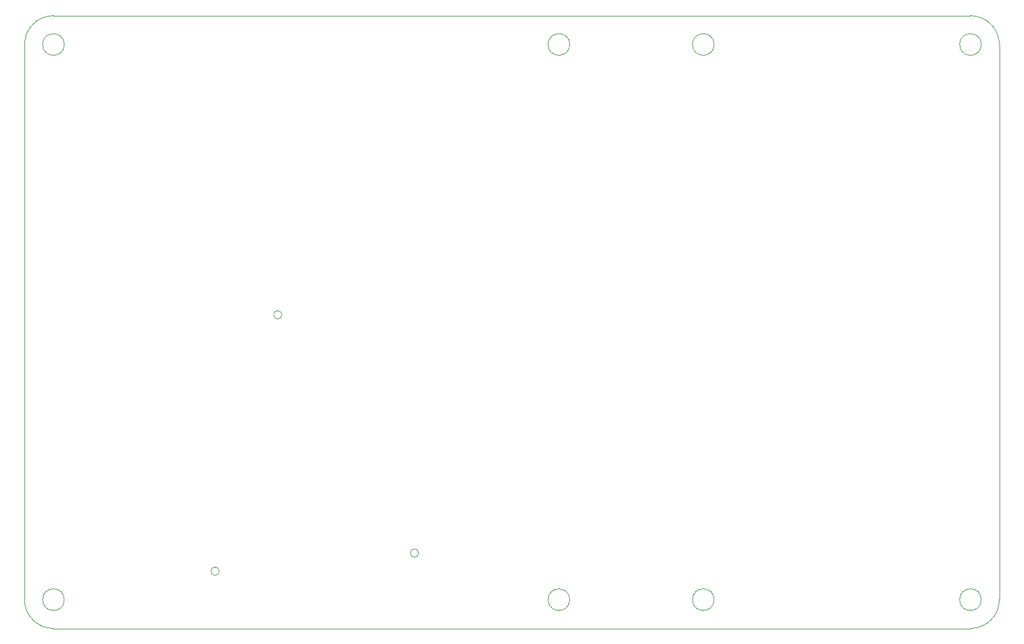
<source format=gbr>
%TF.GenerationSoftware,KiCad,Pcbnew,5.1.10-88a1d61d58~90~ubuntu20.04.1*%
%TF.CreationDate,2021-07-15T14:53:33+08:00*%
%TF.ProjectId,TestAutomation,54657374-4175-4746-9f6d-6174696f6e2e,rev?*%
%TF.SameCoordinates,Original*%
%TF.FileFunction,Profile,NP*%
%FSLAX46Y46*%
G04 Gerber Fmt 4.6, Leading zero omitted, Abs format (unit mm)*
G04 Created by KiCad (PCBNEW 5.1.10-88a1d61d58~90~ubuntu20.04.1) date 2021-07-15 14:53:33*
%MOMM*%
%LPD*%
G01*
G04 APERTURE LIST*
%TA.AperFunction,Profile*%
%ADD10C,0.050000*%
%TD*%
G04 APERTURE END LIST*
D10*
X114640000Y-94490000D02*
G75*
G03*
X114640000Y-94490000I-576000J0D01*
G01*
X105960000Y-130050000D02*
G75*
G03*
X105960000Y-130050000I-576000J0D01*
G01*
X133570000Y-127540000D02*
G75*
G03*
X133570000Y-127540000I-576000J0D01*
G01*
X154500000Y-57000000D02*
G75*
G03*
X154500000Y-57000000I-1500000J0D01*
G01*
X154500000Y-134000000D02*
G75*
G03*
X154500000Y-134000000I-1500000J0D01*
G01*
X174500000Y-57000000D02*
G75*
G03*
X174500000Y-57000000I-1500000J0D01*
G01*
X174500000Y-134000000D02*
G75*
G03*
X174500000Y-134000000I-1500000J0D01*
G01*
X84500000Y-57000000D02*
G75*
G03*
X84500000Y-57000000I-1500000J0D01*
G01*
X84500000Y-134000000D02*
G75*
G03*
X84500000Y-134000000I-1500000J0D01*
G01*
X211500000Y-134000000D02*
G75*
G03*
X211500000Y-134000000I-1500000J0D01*
G01*
X211500000Y-57000000D02*
G75*
G03*
X211500000Y-57000000I-1500000J0D01*
G01*
X214000000Y-134000000D02*
X214000000Y-133000000D01*
X210000000Y-138000000D02*
X209000000Y-138000000D01*
X83000000Y-138000000D02*
X84000000Y-138000000D01*
X79000000Y-133000000D02*
X79000000Y-134000000D01*
X79000000Y-57000000D02*
X79000000Y-58000000D01*
X84000000Y-53000000D02*
X83000000Y-53000000D01*
X210000000Y-53000000D02*
X209000000Y-53000000D01*
X214000000Y-57000000D02*
X214000000Y-58000000D01*
X210000000Y-53000000D02*
G75*
G02*
X214000000Y-57000000I0J-4000000D01*
G01*
X79000000Y-57000000D02*
G75*
G02*
X83000000Y-53000000I4000000J0D01*
G01*
X214000000Y-134000000D02*
G75*
G02*
X210000000Y-138000000I-4000000J0D01*
G01*
X83000000Y-138000000D02*
G75*
G02*
X79000000Y-134000000I0J4000000D01*
G01*
X214000000Y-58000000D02*
X214000000Y-133000000D01*
X79000000Y-58000000D02*
X79000000Y-133000000D01*
X209000000Y-138000000D02*
X84000000Y-138000000D01*
X84000000Y-53000000D02*
X209000000Y-53000000D01*
M02*

</source>
